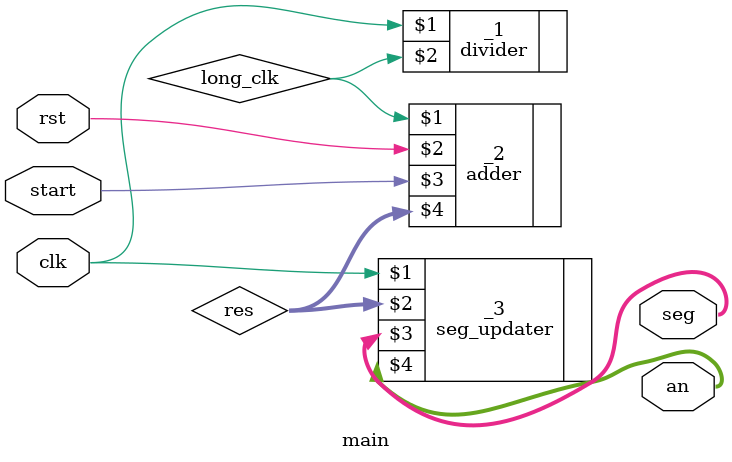
<source format=sv>
`timescale 1ns / 1ps

module main (
    input clk,
    input rst,
    input start,
    output reg [7:0] seg,
    output reg [7:0] an
);

wire [7:0] res;
wire long_clk;

divider _1(clk, long_clk);
adder _2(long_clk, rst, start, res);
seg_updater _3(clk, res, seg, an);
    
endmodule


</source>
